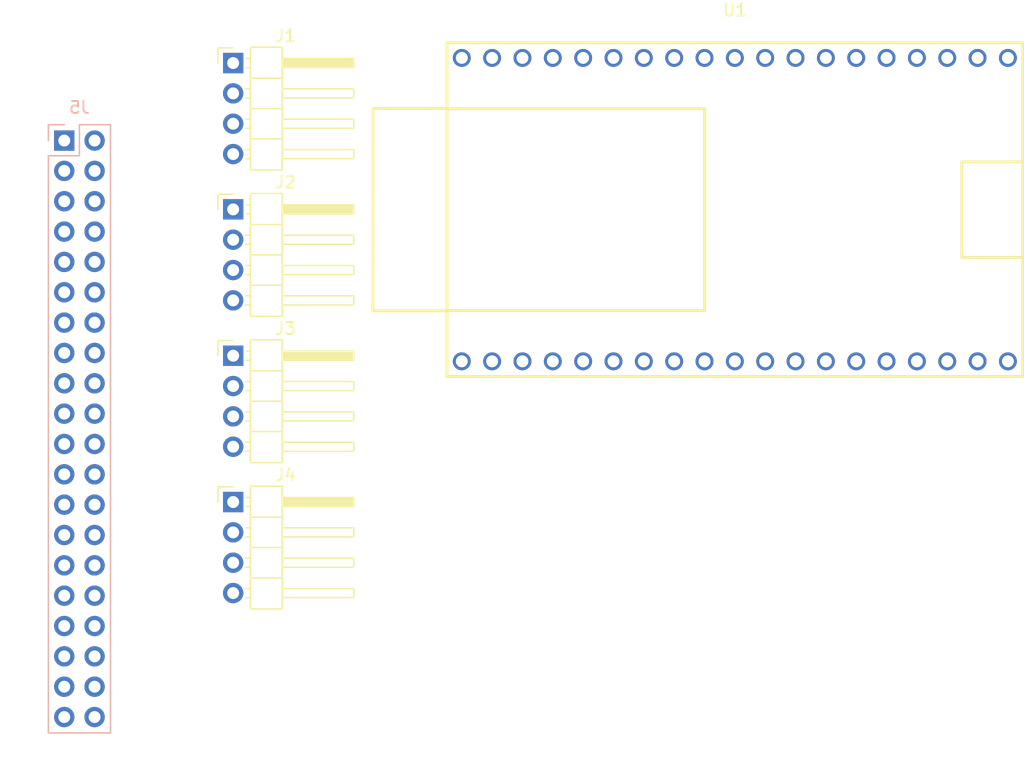
<source format=kicad_pcb>
(kicad_pcb (version 20240108) (generator "pcbnew") (generator_version "8.0")
  (layers (0 "F.Cu" signal) (31 "B.Cu" signal) (34 "B.Paste" user) (35 "F.Paste" user) (36 "B.SilkS" user "B.Silkscreen") (37 "F.SilkS" user "F.Silkscreen") (38 "B.Mask" user) (39 "F.Mask" user) (44 "Edge.Cuts" user))
  (net 0 "")
  (net 3 "GND")
  (net 11 "Net-(J1-Pin_2)")
  (net 15 "Net-(J1-Pin_1)")
  (net 16 "+5V")
  (net 18 "Net-(J2-Pin_1)")
  (net 24 "Net-(J2-Pin_2)")
  (net 30 "Net-(J3-Pin_2)")
  (net 31 "Net-(J3-Pin_1)")
  (net 32 "Net-(J4-Pin_1)")
  (net 36 "Net-(J4-Pin_2)")
  (net 44 "Net-(J5-GND-Pad14)")
  (net 47 "Net-(J5-5V-Pad2)")
  (net 59 "Net-(J5-3V3-Pad1)")
  (footprint "easyeda2kicad:BULETM-SMD_ESP32-DEVKITC" (layer "F.Cu") (at 117.14 49.3)
    (property "Reference" "U1" (at 0 -16.7 0) (layer "F.SilkS"))
    (property "Value" "ESP32-DEVKITC")
    (fp_line (start -30.3 -8.47) (end -30.3 8.47) (stroke (width 0.25)) (layer "F.SilkS"))
    (fp_line (start -24.1 -8.47) (end -30.3 -8.47) (stroke (width 0.25)) (layer "F.SilkS"))
    (fp_line (start -24.1 -8.45) (end -2.54 -8.45) (stroke (width 0.25)) (layer "F.SilkS"))
    (fp_line (start -24.1 8.45) (end -2.53 8.45) (stroke (width 0.25)) (layer "F.SilkS"))
    (fp_line (start -24.1 8.47) (end -30.3 8.47) (stroke (width 0.25)) (layer "F.SilkS"))
    (fp_line (start -24.1 13.97) (end -24.1 -13.97) (stroke (width 0.25)) (layer "F.SilkS"))
    (fp_line (start -2.53 8.45) (end -2.53 -8.45) (stroke (width 0.25)) (layer "F.SilkS"))
    (fp_line (start 19 -4) (end 19 4) (stroke (width 0.25)) (layer "F.SilkS"))
    (fp_line (start 19 -4) (end 24.1 -4) (stroke (width 0.25)) (layer "F.SilkS"))
    (fp_line (start 19 4) (end 24.1 4) (stroke (width 0.25)) (layer "F.SilkS"))
    (fp_line (start 24.1 -13.97) (end -24.1 -13.97) (stroke (width 0.25)) (layer "F.SilkS"))
    (fp_line (start 24.1 -13.97) (end 24.1 13.97) (stroke (width 0.25)) (layer "F.SilkS"))
    (fp_line (start 24.1 13.97) (end -24.1 13.97) (stroke (width 0.25)) (layer "F.SilkS"))
    (pad "1" thru_hole circle (at -22.86 12.7) (size 1.5 1.5) (drill 0.999998) (layers "*.Cu" "*.Mask"))
    (pad "2" thru_hole circle (at -20.32 12.7) (size 1.5 1.5) (drill 0.999998) (layers "*.Cu" "*.Mask"))
    (pad "3" thru_hole circle (at -17.78 12.7) (size 1.5 1.5) (drill 0.999998) (layers "*.Cu" "*.Mask"))
    (pad "4" thru_hole circle (at -15.24 12.7) (size 1.5 1.5) (drill 0.999998) (layers "*.Cu" "*.Mask"))
    (pad "5" thru_hole circle (at -12.7 12.7) (size 1.5 1.5) (drill 0.999998) (layers "*.Cu" "*.Mask") (net 11 "Net-(J1-Pin_2)"))
    (pad "6" thru_hole circle (at -10.16 12.7) (size 1.5 1.5) (drill 0.999998) (layers "*.Cu" "*.Mask") (net 15 "Net-(J1-Pin_1)"))
    (pad "7" thru_hole circle (at -7.62 12.7) (size 1.5 1.5) (drill 0.999998) (layers "*.Cu" "*.Mask") (net 24 "Net-(J2-Pin_2)"))
    (pad "8" thru_hole circle (at -5.08 12.7) (size 1.5 1.5) (drill 0.999998) (layers "*.Cu" "*.Mask") (net 18 "Net-(J2-Pin_1)"))
    (pad "9" thru_hole circle (at -2.54 12.7) (size 1.5 1.5) (drill 0.999998) (layers "*.Cu" "*.Mask") (net 30 "Net-(J3-Pin_2)"))
    (pad "10" thru_hole circle (at 0 12.7) (size 1.5 1.5) (drill 0.999998) (layers "*.Cu" "*.Mask") (net 31 "Net-(J3-Pin_1)"))
    (pad "11" thru_hole circle (at 2.54 12.7) (size 1.5 1.5) (drill 0.999998) (layers "*.Cu" "*.Mask") (net 36 "Net-(J4-Pin_2)"))
    (pad "12" thru_hole circle (at 5.08 12.7) (size 1.5 1.5) (drill 0.999998) (layers "*.Cu" "*.Mask") (net 32 "Net-(J4-Pin_1)"))
    (pad "13" thru_hole circle (at 7.62 12.7) (size 1.5 1.5) (drill 0.999998) (layers "*.Cu" "*.Mask"))
    (pad "14" thru_hole circle (at 10.16 12.7) (size 1.5 1.5) (drill 0.999998) (layers "*.Cu" "*.Mask") (net 3 "GND"))
    (pad "15" thru_hole circle (at 12.7 12.7) (size 1.5 1.5) (drill 0.999998) (layers "*.Cu" "*.Mask"))
    (pad "16" thru_hole circle (at 15.24 12.7) (size 1.5 1.5) (drill 0.999998) (layers "*.Cu" "*.Mask"))
    (pad "17" thru_hole circle (at 17.78 12.7) (size 1.5 1.5) (drill 0.999998) (layers "*.Cu" "*.Mask"))
    (pad "18" thru_hole circle (at 20.32 12.7) (size 1.5 1.5) (drill 0.999998) (layers "*.Cu" "*.Mask"))
    (pad "19" thru_hole circle (at 22.86 12.7) (size 1.5 1.5) (drill 0.999998) (layers "*.Cu" "*.Mask") (net 16 "+5V"))
    (pad "20" thru_hole circle (at -22.86 -12.7) (size 1.5 1.5) (drill 0.999998) (layers "*.Cu" "*.Mask") (net 3 "GND"))
    (pad "21" thru_hole circle (at -20.32 -12.7) (size 1.5 1.5) (drill 0.999998) (layers "*.Cu" "*.Mask"))
    (pad "22" thru_hole circle (at -17.78 -12.7) (size 1.5 1.5) (drill 0.999998) (layers "*.Cu" "*.Mask"))
    (pad "23" thru_hole circle (at -15.24 -12.7) (size 1.5 1.5) (drill 0.999998) (layers "*.Cu" "*.Mask"))
    (pad "24" thru_hole circle (at -12.7 -12.7) (size 1.5 1.5) (drill 0.999998) (layers "*.Cu" "*.Mask"))
    (pad "25" thru_hole circle (at -10.16 -12.7) (size 1.5 1.5) (drill 0.999998) (layers "*.Cu" "*.Mask"))
    (pad "26" thru_hole circle (at -7.62 -12.7) (size 1.5 1.5) (drill 0.999998) (layers "*.Cu" "*.Mask"))
    (pad "27" thru_hole circle (at -5.08 -12.7) (size 1.5 1.5) (drill 0.999998) (layers "*.Cu" "*.Mask"))
    (pad "28" thru_hole circle (at -2.54 -12.7) (size 1.5 1.5) (drill 0.999998) (layers "*.Cu" "*.Mask"))
    (pad "29" thru_hole circle (at 0 -12.7) (size 1.5 1.5) (drill 0.999998) (layers "*.Cu" "*.Mask"))
    (pad "30" thru_hole circle (at 2.54 -12.7) (size 1.5 1.5) (drill 0.999998) (layers "*.Cu" "*.Mask"))
    (pad "31" thru_hole circle (at 5.08 -12.7) (size 1.5 1.5) (drill 0.999998) (layers "*.Cu" "*.Mask"))
    (pad "32" thru_hole circle (at 7.62 -12.7) (size 1.5 1.5) (drill 0.999998) (layers "*.Cu" "*.Mask"))
    (pad "33" thru_hole circle (at 10.16 -12.7) (size 1.5 1.5) (drill 0.999998) (layers "*.Cu" "*.Mask"))
    (pad "34" thru_hole circle (at 12.7 -12.7) (size 1.5 1.5) (drill 0.999998) (layers "*.Cu" "*.Mask"))
    (pad "35" thru_hole circle (at 15.24 -12.7) (size 1.5 1.5) (drill 0.999998) (layers "*.Cu" "*.Mask"))
    (pad "36" thru_hole circle (at 17.78 -12.7) (size 1.5 1.5) (drill 0.999998) (layers "*.Cu" "*.Mask"))
    (pad "37" thru_hole circle (at 20.32 -12.7) (size 1.5 1.5) (drill 0.999998) (layers "*.Cu" "*.Mask"))
    (pad "38" thru_hole circle (at 22.86 -12.7) (size 1.5 1.5) (drill 0.999998) (layers "*.Cu" "*.Mask"))
  )
  (footprint "Connector_PinHeader_2.54mm:PinHeader_1x04_P2.54mm_Horizontal" (layer "F.Cu") (at 75.14 37.03)
    (property "Reference" "J1" (at 4.385 -2.27 0) (layer "F.SilkS"))
    (property "Value" "Lidar1")
    (fp_line (start -1.27 -1.27) (end 0 -1.27) (stroke (width 0.12)) (layer "F.SilkS"))
    (fp_line (start -1.27 0) (end -1.27 -1.27) (stroke (width 0.12)) (layer "F.SilkS"))
    (fp_line (start 1.042929 2.16) (end 1.44 2.16) (stroke (width 0.12)) (layer "F.SilkS"))
    (fp_line (start 1.042929 2.92) (end 1.44 2.92) (stroke (width 0.12)) (layer "F.SilkS"))
    (fp_line (start 1.042929 4.7) (end 1.44 4.7) (stroke (width 0.12)) (layer "F.SilkS"))
    (fp_line (start 1.042929 5.46) (end 1.44 5.46) (stroke (width 0.12)) (layer "F.SilkS"))
    (fp_line (start 1.042929 7.24) (end 1.44 7.24) (stroke (width 0.12)) (layer "F.SilkS"))
    (fp_line (start 1.042929 8) (end 1.44 8) (stroke (width 0.12)) (layer "F.SilkS"))
    (fp_line (start 1.11 -0.38) (end 1.44 -0.38) (stroke (width 0.12)) (layer "F.SilkS"))
    (fp_line (start 1.11 0.38) (end 1.44 0.38) (stroke (width 0.12)) (layer "F.SilkS"))
    (fp_line (start 1.44 -1.33) (end 1.44 8.95) (stroke (width 0.12)) (layer "F.SilkS"))
    (fp_line (start 1.44 1.27) (end 4.1 1.27) (stroke (width 0.12)) (layer "F.SilkS"))
    (fp_line (start 1.44 3.81) (end 4.1 3.81) (stroke (width 0.12)) (layer "F.SilkS"))
    (fp_line (start 1.44 6.35) (end 4.1 6.35) (stroke (width 0.12)) (layer "F.SilkS"))
    (fp_line (start 1.44 8.95) (end 4.1 8.95) (stroke (width 0.12)) (layer "F.SilkS"))
    (fp_line (start 4.1 -1.33) (end 1.44 -1.33) (stroke (width 0.12)) (layer "F.SilkS"))
    (fp_line (start 4.1 -0.38) (end 10.1 -0.38) (stroke (width 0.12)) (layer "F.SilkS"))
    (fp_line (start 4.1 -0.32) (end 10.1 -0.32) (stroke (width 0.12)) (layer "F.SilkS"))
    (fp_line (start 4.1 -0.2) (end 10.1 -0.2) (stroke (width 0.12)) (layer "F.SilkS"))
    (fp_line (start 4.1 -0.08) (end 10.1 -0.08) (stroke (width 0.12)) (layer "F.SilkS"))
    (fp_line (start 4.1 0.04) (end 10.1 0.04) (stroke (width 0.12)) (layer "F.SilkS"))
    (fp_line (start 4.1 0.16) (end 10.1 0.16) (stroke (width 0.12)) (layer "F.SilkS"))
    (fp_line (start 4.1 0.28) (end 10.1 0.28) (stroke (width 0.12)) (layer "F.SilkS"))
    (fp_line (start 4.1 2.16) (end 10.1 2.16) (stroke (width 0.12)) (layer "F.SilkS"))
    (fp_line (start 4.1 4.7) (end 10.1 4.7) (stroke (width 0.12)) (layer "F.SilkS"))
    (fp_line (start 4.1 7.24) (end 10.1 7.24) (stroke (width 0.12)) (layer "F.SilkS"))
    (fp_line (start 4.1 8.95) (end 4.1 -1.33) (stroke (width 0.12)) (layer "F.SilkS"))
    (fp_line (start 10.1 -0.38) (end 10.1 0.38) (stroke (width 0.12)) (layer "F.SilkS"))
    (fp_line (start 10.1 0.38) (end 4.1 0.38) (stroke (width 0.12)) (layer "F.SilkS"))
    (fp_line (start 10.1 2.16) (end 10.1 2.92) (stroke (width 0.12)) (layer "F.SilkS"))
    (fp_line (start 10.1 2.92) (end 4.1 2.92) (stroke (width 0.12)) (layer "F.SilkS"))
    (fp_line (start 10.1 4.7) (end 10.1 5.46) (stroke (width 0.12)) (layer "F.SilkS"))
    (fp_line (start 10.1 5.46) (end 4.1 5.46) (stroke (width 0.12)) (layer "F.SilkS"))
    (fp_line (start 10.1 7.24) (end 10.1 8) (stroke (width 0.12)) (layer "F.SilkS"))
    (fp_line (start 10.1 8) (end 4.1 8) (stroke (width 0.12)) (layer "F.SilkS"))
    (pad "1" thru_hole rect (at 0 0) (size 1.7 1.7) (drill 1) (layers "*.Cu" "*.Mask") (net 15 "Net-(J1-Pin_1)"))
    (pad "2" thru_hole oval (at 0 2.54) (size 1.7 1.7) (drill 1) (layers "*.Cu" "*.Mask") (net 11 "Net-(J1-Pin_2)"))
    (pad "3" thru_hole oval (at 0 5.08) (size 1.7 1.7) (drill 1) (layers "*.Cu" "*.Mask") (net 16 "+5V"))
    (pad "4" thru_hole oval (at 0 7.62) (size 1.7 1.7) (drill 1) (layers "*.Cu" "*.Mask") (net 3 "GND"))
  )
  (footprint "Connector_PinHeader_2.54mm:PinHeader_1x04_P2.54mm_Horizontal" (layer "F.Cu") (at 75.14 61.53)
    (property "Reference" "J3" (at 4.385 -2.27 0) (layer "F.SilkS"))
    (property "Value" "Lidar1")
    (fp_line (start -1.27 -1.27) (end 0 -1.27) (stroke (width 0.12)) (layer "F.SilkS"))
    (fp_line (start -1.27 0) (end -1.27 -1.27) (stroke (width 0.12)) (layer "F.SilkS"))
    (fp_line (start 1.042929 2.16) (end 1.44 2.16) (stroke (width 0.12)) (layer "F.SilkS"))
    (fp_line (start 1.042929 2.92) (end 1.44 2.92) (stroke (width 0.12)) (layer "F.SilkS"))
    (fp_line (start 1.042929 4.7) (end 1.44 4.7) (stroke (width 0.12)) (layer "F.SilkS"))
    (fp_line (start 1.042929 5.46) (end 1.44 5.46) (stroke (width 0.12)) (layer "F.SilkS"))
    (fp_line (start 1.042929 7.24) (end 1.44 7.24) (stroke (width 0.12)) (layer "F.SilkS"))
    (fp_line (start 1.042929 8) (end 1.44 8) (stroke (width 0.12)) (layer "F.SilkS"))
    (fp_line (start 1.11 -0.38) (end 1.44 -0.38) (stroke (width 0.12)) (layer "F.SilkS"))
    (fp_line (start 1.11 0.38) (end 1.44 0.38) (stroke (width 0.12)) (layer "F.SilkS"))
    (fp_line (start 1.44 -1.33) (end 1.44 8.95) (stroke (width 0.12)) (layer "F.SilkS"))
    (fp_line (start 1.44 1.27) (end 4.1 1.27) (stroke (width 0.12)) (layer "F.SilkS"))
    (fp_line (start 1.44 3.81) (end 4.1 3.81) (stroke (width 0.12)) (layer "F.SilkS"))
    (fp_line (start 1.44 6.35) (end 4.1 6.35) (stroke (width 0.12)) (layer "F.SilkS"))
    (fp_line (start 1.44 8.95) (end 4.1 8.95) (stroke (width 0.12)) (layer "F.SilkS"))
    (fp_line (start 4.1 -1.33) (end 1.44 -1.33) (stroke (width 0.12)) (layer "F.SilkS"))
    (fp_line (start 4.1 -0.38) (end 10.1 -0.38) (stroke (width 0.12)) (layer "F.SilkS"))
    (fp_line (start 4.1 -0.32) (end 10.1 -0.32) (stroke (width 0.12)) (layer "F.SilkS"))
    (fp_line (start 4.1 -0.2) (end 10.1 -0.2) (stroke (width 0.12)) (layer "F.SilkS"))
    (fp_line (start 4.1 -0.08) (end 10.1 -0.08) (stroke (width 0.12)) (layer "F.SilkS"))
    (fp_line (start 4.1 0.04) (end 10.1 0.04) (stroke (width 0.12)) (layer "F.SilkS"))
    (fp_line (start 4.1 0.16) (end 10.1 0.16) (stroke (width 0.12)) (layer "F.SilkS"))
    (fp_line (start 4.1 0.28) (end 10.1 0.28) (stroke (width 0.12)) (layer "F.SilkS"))
    (fp_line (start 4.1 2.16) (end 10.1 2.16) (stroke (width 0.12)) (layer "F.SilkS"))
    (fp_line (start 4.1 4.7) (end 10.1 4.7) (stroke (width 0.12)) (layer "F.SilkS"))
    (fp_line (start 4.1 7.24) (end 10.1 7.24) (stroke (width 0.12)) (layer "F.SilkS"))
    (fp_line (start 4.1 8.95) (end 4.1 -1.33) (stroke (width 0.12)) (layer "F.SilkS"))
    (fp_line (start 10.1 -0.38) (end 10.1 0.38) (stroke (width 0.12)) (layer "F.SilkS"))
    (fp_line (start 10.1 0.38) (end 4.1 0.38) (stroke (width 0.12)) (layer "F.SilkS"))
    (fp_line (start 10.1 2.16) (end 10.1 2.92) (stroke (width 0.12)) (layer "F.SilkS"))
    (fp_line (start 10.1 2.92) (end 4.1 2.92) (stroke (width 0.12)) (layer "F.SilkS"))
    (fp_line (start 10.1 4.7) (end 10.1 5.46) (stroke (width 0.12)) (layer "F.SilkS"))
    (fp_line (start 10.1 5.46) (end 4.1 5.46) (stroke (width 0.12)) (layer "F.SilkS"))
    (fp_line (start 10.1 7.24) (end 10.1 8) (stroke (width 0.12)) (layer "F.SilkS"))
    (fp_line (start 10.1 8) (end 4.1 8) (stroke (width 0.12)) (layer "F.SilkS"))
    (pad "1" thru_hole rect (at 0 0) (size 1.7 1.7) (drill 1) (layers "*.Cu" "*.Mask") (net 31 "Net-(J3-Pin_1)"))
    (pad "2" thru_hole oval (at 0 2.54) (size 1.7 1.7) (drill 1) (layers "*.Cu" "*.Mask") (net 30 "Net-(J3-Pin_2)"))
    (pad "3" thru_hole oval (at 0 5.08) (size 1.7 1.7) (drill 1) (layers "*.Cu" "*.Mask") (net 16 "+5V"))
    (pad "4" thru_hole oval (at 0 7.62) (size 1.7 1.7) (drill 1) (layers "*.Cu" "*.Mask") (net 3 "GND"))
  )
  (footprint "Connector_PinHeader_2.54mm:PinHeader_1x04_P2.54mm_Horizontal" (layer "F.Cu") (at 75.14 49.28)
    (property "Reference" "J2" (at 4.385 -2.27 0) (layer "F.SilkS"))
    (property "Value" "Lidar1")
    (fp_line (start -1.27 -1.27) (end 0 -1.27) (stroke (width 0.12)) (layer "F.SilkS"))
    (fp_line (start -1.27 0) (end -1.27 -1.27) (stroke (width 0.12)) (layer "F.SilkS"))
    (fp_line (start 1.042929 2.16) (end 1.44 2.16) (stroke (width 0.12)) (layer "F.SilkS"))
    (fp_line (start 1.042929 2.92) (end 1.44 2.92) (stroke (width 0.12)) (layer "F.SilkS"))
    (fp_line (start 1.042929 4.7) (end 1.44 4.7) (stroke (width 0.12)) (layer "F.SilkS"))
    (fp_line (start 1.042929 5.46) (end 1.44 5.46) (stroke (width 0.12)) (layer "F.SilkS"))
    (fp_line (start 1.042929 7.24) (end 1.44 7.24) (stroke (width 0.12)) (layer "F.SilkS"))
    (fp_line (start 1.042929 8) (end 1.44 8) (stroke (width 0.12)) (layer "F.SilkS"))
    (fp_line (start 1.11 -0.38) (end 1.44 -0.38) (stroke (width 0.12)) (layer "F.SilkS"))
    (fp_line (start 1.11 0.38) (end 1.44 0.38) (stroke (width 0.12)) (layer "F.SilkS"))
    (fp_line (start 1.44 -1.33) (end 1.44 8.95) (stroke (width 0.12)) (layer "F.SilkS"))
    (fp_line (start 1.44 1.27) (end 4.1 1.27) (stroke (width 0.12)) (layer "F.SilkS"))
    (fp_line (start 1.44 3.81) (end 4.1 3.81) (stroke (width 0.12)) (layer "F.SilkS"))
    (fp_line (start 1.44 6.35) (end 4.1 6.35) (stroke (width 0.12)) (layer "F.SilkS"))
    (fp_line (start 1.44 8.95) (end 4.1 8.95) (stroke (width 0.12)) (layer "F.SilkS"))
    (fp_line (start 4.1 -1.33) (end 1.44 -1.33) (stroke (width 0.12)) (layer "F.SilkS"))
    (fp_line (start 4.1 -0.38) (end 10.1 -0.38) (stroke (width 0.12)) (layer "F.SilkS"))
    (fp_line (start 4.1 -0.32) (end 10.1 -0.32) (stroke (width 0.12)) (layer "F.SilkS"))
    (fp_line (start 4.1 -0.2) (end 10.1 -0.2) (stroke (width 0.12)) (layer "F.SilkS"))
    (fp_line (start 4.1 -0.08) (end 10.1 -0.08) (stroke (width 0.12)) (layer "F.SilkS"))
    (fp_line (start 4.1 0.04) (end 10.1 0.04) (stroke (width 0.12)) (layer "F.SilkS"))
    (fp_line (start 4.1 0.16) (end 10.1 0.16) (stroke (width 0.12)) (layer "F.SilkS"))
    (fp_line (start 4.1 0.28) (end 10.1 0.28) (stroke (width 0.12)) (layer "F.SilkS"))
    (fp_line (start 4.1 2.16) (end 10.1 2.16) (stroke (width 0.12)) (layer "F.SilkS"))
    (fp_line (start 4.1 4.7) (end 10.1 4.7) (stroke (width 0.12)) (layer "F.SilkS"))
    (fp_line (start 4.1 7.24) (end 10.1 7.24) (stroke (width 0.12)) (layer "F.SilkS"))
    (fp_line (start 4.1 8.95) (end 4.1 -1.33) (stroke (width 0.12)) (layer "F.SilkS"))
    (fp_line (start 10.1 -0.38) (end 10.1 0.38) (stroke (width 0.12)) (layer "F.SilkS"))
    (fp_line (start 10.1 0.38) (end 4.1 0.38) (stroke (width 0.12)) (layer "F.SilkS"))
    (fp_line (start 10.1 2.16) (end 10.1 2.92) (stroke (width 0.12)) (layer "F.SilkS"))
    (fp_line (start 10.1 2.92) (end 4.1 2.92) (stroke (width 0.12)) (layer "F.SilkS"))
    (fp_line (start 10.1 4.7) (end 10.1 5.46) (stroke (width 0.12)) (layer "F.SilkS"))
    (fp_line (start 10.1 5.46) (end 4.1 5.46) (stroke (width 0.12)) (layer "F.SilkS"))
    (fp_line (start 10.1 7.24) (end 10.1 8) (stroke (width 0.12)) (layer "F.SilkS"))
    (fp_line (start 10.1 8) (end 4.1 8) (stroke (width 0.12)) (layer "F.SilkS"))
    (pad "1" thru_hole rect (at 0 0) (size 1.7 1.7) (drill 1) (layers "*.Cu" "*.Mask") (net 18 "Net-(J2-Pin_1)"))
    (pad "2" thru_hole oval (at 0 2.54) (size 1.7 1.7) (drill 1) (layers "*.Cu" "*.Mask") (net 24 "Net-(J2-Pin_2)"))
    (pad "3" thru_hole oval (at 0 5.08) (size 1.7 1.7) (drill 1) (layers "*.Cu" "*.Mask") (net 16 "+5V"))
    (pad "4" thru_hole oval (at 0 7.62) (size 1.7 1.7) (drill 1) (layers "*.Cu" "*.Mask") (net 3 "GND"))
  )
  (footprint "Connector_PinHeader_2.54mm:PinHeader_1x04_P2.54mm_Horizontal" (layer "F.Cu") (at 75.14 73.78)
    (property "Reference" "J4" (at 4.385 -2.27 0) (layer "F.SilkS"))
    (property "Value" "Lidar1")
    (fp_line (start -1.27 -1.27) (end 0 -1.27) (stroke (width 0.12)) (layer "F.SilkS"))
    (fp_line (start -1.27 0) (end -1.27 -1.27) (stroke (width 0.12)) (layer "F.SilkS"))
    (fp_line (start 1.042929 2.16) (end 1.44 2.16) (stroke (width 0.12)) (layer "F.SilkS"))
    (fp_line (start 1.042929 2.92) (end 1.44 2.92) (stroke (width 0.12)) (layer "F.SilkS"))
    (fp_line (start 1.042929 4.7) (end 1.44 4.7) (stroke (width 0.12)) (layer "F.SilkS"))
    (fp_line (start 1.042929 5.46) (end 1.44 5.46) (stroke (width 0.12)) (layer "F.SilkS"))
    (fp_line (start 1.042929 7.24) (end 1.44 7.24) (stroke (width 0.12)) (layer "F.SilkS"))
    (fp_line (start 1.042929 8) (end 1.44 8) (stroke (width 0.12)) (layer "F.SilkS"))
    (fp_line (start 1.11 -0.38) (end 1.44 -0.38) (stroke (width 0.12)) (layer "F.SilkS"))
    (fp_line (start 1.11 0.38) (end 1.44 0.38) (stroke (width 0.12)) (layer "F.SilkS"))
    (fp_line (start 1.44 -1.33) (end 1.44 8.95) (stroke (width 0.12)) (layer "F.SilkS"))
    (fp_line (start 1.44 1.27) (end 4.1 1.27) (stroke (width 0.12)) (layer "F.SilkS"))
    (fp_line (start 1.44 3.81) (end 4.1 3.81) (stroke (width 0.12)) (layer "F.SilkS"))
    (fp_line (start 1.44 6.35) (end 4.1 6.35) (stroke (width 0.12)) (layer "F.SilkS"))
    (fp_line (start 1.44 8.95) (end 4.1 8.95) (stroke (width 0.12)) (layer "F.SilkS"))
    (fp_line (start 4.1 -1.33) (end 1.44 -1.33) (stroke (width 0.12)) (layer "F.SilkS"))
    (fp_line (start 4.1 -0.38) (end 10.1 -0.38) (stroke (width 0.12)) (layer "F.SilkS"))
    (fp_line (start 4.1 -0.32) (end 10.1 -0.32) (stroke (width 0.12)) (layer "F.SilkS"))
    (fp_line (start 4.1 -0.2) (end 10.1 -0.2) (stroke (width 0.12)) (layer "F.SilkS"))
    (fp_line (start 4.1 -0.08) (end 10.1 -0.08) (stroke (width 0.12)) (layer "F.SilkS"))
    (fp_line (start 4.1 0.04) (end 10.1 0.04) (stroke (width 0.12)) (layer "F.SilkS"))
    (fp_line (start 4.1 0.16) (end 10.1 0.16) (stroke (width 0.12)) (layer "F.SilkS"))
    (fp_line (start 4.1 0.28) (end 10.1 0.28) (stroke (width 0.12)) (layer "F.SilkS"))
    (fp_line (start 4.1 2.16) (end 10.1 2.16) (stroke (width 0.12)) (layer "F.SilkS"))
    (fp_line (start 4.1 4.7) (end 10.1 4.7) (stroke (width 0.12)) (layer "F.SilkS"))
    (fp_line (start 4.1 7.24) (end 10.1 7.24) (stroke (width 0.12)) (layer "F.SilkS"))
    (fp_line (start 4.1 8.95) (end 4.1 -1.33) (stroke (width 0.12)) (layer "F.SilkS"))
    (fp_line (start 10.1 -0.38) (end 10.1 0.38) (stroke (width 0.12)) (layer "F.SilkS"))
    (fp_line (start 10.1 0.38) (end 4.1 0.38) (stroke (width 0.12)) (layer "F.SilkS"))
    (fp_line (start 10.1 2.16) (end 10.1 2.92) (stroke (width 0.12)) (layer "F.SilkS"))
    (fp_line (start 10.1 2.92) (end 4.1 2.92) (stroke (width 0.12)) (layer "F.SilkS"))
    (fp_line (start 10.1 4.7) (end 10.1 5.46) (stroke (width 0.12)) (layer "F.SilkS"))
    (fp_line (start 10.1 5.46) (end 4.1 5.46) (stroke (width 0.12)) (layer "F.SilkS"))
    (fp_line (start 10.1 7.24) (end 10.1 8) (stroke (width 0.12)) (layer "F.SilkS"))
    (fp_line (start 10.1 8) (end 4.1 8) (stroke (width 0.12)) (layer "F.SilkS"))
    (pad "1" thru_hole rect (at 0 0) (size 1.7 1.7) (drill 1) (layers "*.Cu" "*.Mask") (net 32 "Net-(J4-Pin_1)"))
    (pad "2" thru_hole oval (at 0 2.54) (size 1.7 1.7) (drill 1) (layers "*.Cu" "*.Mask") (net 36 "Net-(J4-Pin_2)"))
    (pad "3" thru_hole oval (at 0 5.08) (size 1.7 1.7) (drill 1) (layers "*.Cu" "*.Mask") (net 16 "+5V"))
    (pad "4" thru_hole oval (at 0 7.62) (size 1.7 1.7) (drill 1) (layers "*.Cu" "*.Mask") (net 3 "GND"))
  )
  (footprint "Connector_PinSocket_2.54mm:PinSocket_2x20_P2.54mm_Vertical" (layer "B.Cu") (at 61 43.52 180)
    (property "Reference" "J5" (at -1.27 2.77 0) (layer "B.SilkS") (effects (justify mirror)))
    (property "Value" "Raspberry_Pi_2_3")
    (fp_line (start 1.33 1.33) (end 0 1.33) (stroke (width 0.12)) (layer "B.SilkS"))
    (fp_line (start 1.33 0) (end 1.33 1.33) (stroke (width 0.12)) (layer "B.SilkS"))
    (fp_line (start 1.33 -1.27) (end -1.27 -1.27) (stroke (width 0.12)) (layer "B.SilkS"))
    (fp_line (start 1.33 -49.59) (end 1.33 -1.27) (stroke (width 0.12)) (layer "B.SilkS"))
    (fp_line (start 1.33 -49.59) (end -3.87 -49.59) (stroke (width 0.12)) (layer "B.SilkS"))
    (fp_line (start -1.27 1.33) (end -3.87 1.33) (stroke (width 0.12)) (layer "B.SilkS"))
    (fp_line (start -1.27 -1.27) (end -1.27 1.33) (stroke (width 0.12)) (layer "B.SilkS"))
    (fp_line (start -3.87 -49.59) (end -3.87 1.33) (stroke (width 0.12)) (layer "B.SilkS"))
    (pad "1" thru_hole rect (at 0 0 180) (size 1.7 1.7) (drill 1) (layers "*.Cu" "*.Mask") (net 59 "Net-(J5-3V3-Pad1)"))
    (pad "2" thru_hole oval (at -2.54 0 180) (size 1.7 1.7) (drill 1) (layers "*.Cu" "*.Mask") (net 47 "Net-(J5-5V-Pad2)"))
    (pad "3" thru_hole oval (at 0 -2.54 180) (size 1.7 1.7) (drill 1) (layers "*.Cu" "*.Mask"))
    (pad "4" thru_hole oval (at -2.54 -2.54 180) (size 1.7 1.7) (drill 1) (layers "*.Cu" "*.Mask") (net 47 "Net-(J5-5V-Pad2)"))
    (pad "5" thru_hole oval (at 0 -5.08 180) (size 1.7 1.7) (drill 1) (layers "*.Cu" "*.Mask"))
    (pad "6" thru_hole oval (at -2.54 -5.08 180) (size 1.7 1.7) (drill 1) (layers "*.Cu" "*.Mask") (net 44 "Net-(J5-GND-Pad14)"))
    (pad "7" thru_hole oval (at 0 -7.62 180) (size 1.7 1.7) (drill 1) (layers "*.Cu" "*.Mask"))
    (pad "8" thru_hole oval (at -2.54 -7.62 180) (size 1.7 1.7) (drill 1) (layers "*.Cu" "*.Mask"))
    (pad "9" thru_hole oval (at 0 -10.16 180) (size 1.7 1.7) (drill 1) (layers "*.Cu" "*.Mask") (net 44 "Net-(J5-GND-Pad14)"))
    (pad "10" thru_hole oval (at -2.54 -10.16 180) (size 1.7 1.7) (drill 1) (layers "*.Cu" "*.Mask"))
    (pad "11" thru_hole oval (at 0 -12.7 180) (size 1.7 1.7) (drill 1) (layers "*.Cu" "*.Mask"))
    (pad "12" thru_hole oval (at -2.54 -12.7 180) (size 1.7 1.7) (drill 1) (layers "*.Cu" "*.Mask"))
    (pad "13" thru_hole oval (at 0 -15.24 180) (size 1.7 1.7) (drill 1) (layers "*.Cu" "*.Mask"))
    (pad "14" thru_hole oval (at -2.54 -15.24 180) (size 1.7 1.7) (drill 1) (layers "*.Cu" "*.Mask") (net 44 "Net-(J5-GND-Pad14)"))
    (pad "15" thru_hole oval (at 0 -17.78 180) (size 1.7 1.7) (drill 1) (layers "*.Cu" "*.Mask"))
    (pad "16" thru_hole oval (at -2.54 -17.78 180) (size 1.7 1.7) (drill 1) (layers "*.Cu" "*.Mask"))
    (pad "17" thru_hole oval (at 0 -20.32 180) (size 1.7 1.7) (drill 1) (layers "*.Cu" "*.Mask") (net 59 "Net-(J5-3V3-Pad1)"))
    (pad "18" thru_hole oval (at -2.54 -20.32 180) (size 1.7 1.7) (drill 1) (layers "*.Cu" "*.Mask"))
    (pad "19" thru_hole oval (at 0 -22.86 180) (size 1.7 1.7) (drill 1) (layers "*.Cu" "*.Mask"))
    (pad "20" thru_hole oval (at -2.54 -22.86 180) (size 1.7 1.7) (drill 1) (layers "*.Cu" "*.Mask") (net 44 "Net-(J5-GND-Pad14)"))
    (pad "21" thru_hole oval (at 0 -25.4 180) (size 1.7 1.7) (drill 1) (layers "*.Cu" "*.Mask"))
    (pad "22" thru_hole oval (at -2.54 -25.4 180) (size 1.7 1.7) (drill 1) (layers "*.Cu" "*.Mask"))
    (pad "23" thru_hole oval (at 0 -27.94 180) (size 1.7 1.7) (drill 1) (layers "*.Cu" "*.Mask"))
    (pad "24" thru_hole oval (at -2.54 -27.94 180) (size 1.7 1.7) (drill 1) (layers "*.Cu" "*.Mask"))
    (pad "25" thru_hole oval (at 0 -30.48 180) (size 1.7 1.7) (drill 1) (layers "*.Cu" "*.Mask") (net 44 "Net-(J5-GND-Pad14)"))
    (pad "26" thru_hole oval (at -2.54 -30.48 180) (size 1.7 1.7) (drill 1) (layers "*.Cu" "*.Mask"))
    (pad "27" thru_hole oval (at 0 -33.02 180) (size 1.7 1.7) (drill 1) (layers "*.Cu" "*.Mask"))
    (pad "28" thru_hole oval (at -2.54 -33.02 180) (size 1.7 1.7) (drill 1) (layers "*.Cu" "*.Mask"))
    (pad "29" thru_hole oval (at 0 -35.56 180) (size 1.7 1.7) (drill 1) (layers "*.Cu" "*.Mask"))
    (pad "30" thru_hole oval (at -2.54 -35.56 180) (size 1.7 1.7) (drill 1) (layers "*.Cu" "*.Mask") (net 44 "Net-(J5-GND-Pad14)"))
    (pad "31" thru_hole oval (at 0 -38.1 180) (size 1.7 1.7) (drill 1) (layers "*.Cu" "*.Mask"))
    (pad "32" thru_hole oval (at -2.54 -38.1 180) (size 1.7 1.7) (drill 1) (layers "*.Cu" "*.Mask"))
    (pad "33" thru_hole oval (at 0 -40.64 180) (size 1.7 1.7) (drill 1) (layers "*.Cu" "*.Mask"))
    (pad "34" thru_hole oval (at -2.54 -40.64 180) (size 1.7 1.7) (drill 1) (layers "*.Cu" "*.Mask") (net 44 "Net-(J5-GND-Pad14)"))
    (pad "35" thru_hole oval (at 0 -43.18 180) (size 1.7 1.7) (drill 1) (layers "*.Cu" "*.Mask"))
    (pad "36" thru_hole oval (at -2.54 -43.18 180) (size 1.7 1.7) (drill 1) (layers "*.Cu" "*.Mask"))
    (pad "37" thru_hole oval (at 0 -45.72 180) (size 1.7 1.7) (drill 1) (layers "*.Cu" "*.Mask"))
    (pad "38" thru_hole oval (at -2.54 -45.72 180) (size 1.7 1.7) (drill 1) (layers "*.Cu" "*.Mask"))
    (pad "39" thru_hole oval (at 0 -48.26 180) (size 1.7 1.7) (drill 1) (layers "*.Cu" "*.Mask") (net 44 "Net-(J5-GND-Pad14)"))
    (pad "40" thru_hole oval (at -2.54 -48.26 180) (size 1.7 1.7) (drill 1) (layers "*.Cu" "*.Mask"))
  )
)
</source>
